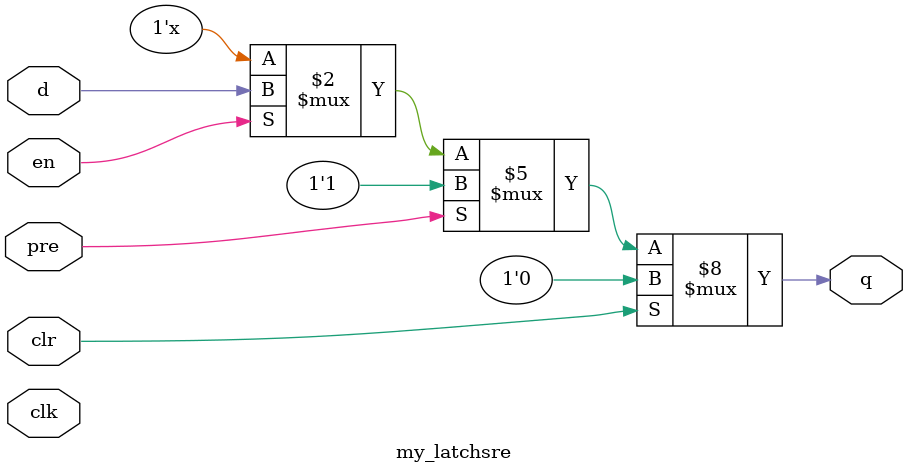
<source format=v>

module latchp (
    input d,
    clk,
    en,
    output reg q
);
  initial q <= 1'b0;
  always @* if (en) q <= d;
endmodule

module my_latchn (
    input d,
    clk,
    en,
    output reg q
);
  always @* if (!en) q <= d;
endmodule

module my_latchsre (
    input d,
    clk,
    en,
    clr,
    pre,
    output reg q
);
  always @*
    if (clr) q <= 1'b0;
    else if (pre) q <= 1'b1;
    else if (en) q <= d;
endmodule

</source>
